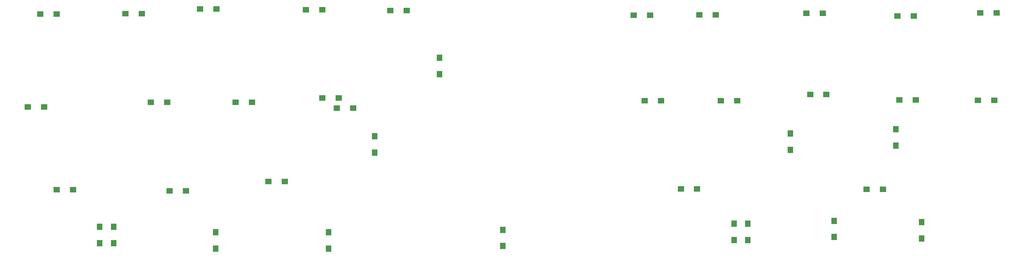
<source format=gbr>
%TF.GenerationSoftware,KiCad,Pcbnew,(6.0.2)*%
%TF.CreationDate,2022-03-06T15:17:29+09:00*%
%TF.ProjectId,presplit_39key,70726573-706c-4697-945f-33396b65792e,rev?*%
%TF.SameCoordinates,Original*%
%TF.FileFunction,Paste,Bot*%
%TF.FilePolarity,Positive*%
%FSLAX46Y46*%
G04 Gerber Fmt 4.6, Leading zero omitted, Abs format (unit mm)*
G04 Created by KiCad (PCBNEW (6.0.2)) date 2022-03-06 15:17:29*
%MOMM*%
%LPD*%
G01*
G04 APERTURE LIST*
%ADD10R,1.400000X1.300000*%
%ADD11R,1.300000X1.400000*%
G04 APERTURE END LIST*
D10*
%TO.C,D37*%
X240860000Y-41165000D03*
X244410000Y-41165000D03*
%TD*%
D11*
%TO.C,D27*%
X199710000Y-67290000D03*
X199710000Y-70840000D03*
%TD*%
D10*
%TO.C,D30*%
X204010000Y-58865000D03*
X207560000Y-58865000D03*
%TD*%
D11*
%TO.C,D35*%
X222585000Y-66340000D03*
X222585000Y-69890000D03*
%TD*%
D10*
%TO.C,D2*%
X34435000Y-61565000D03*
X37985000Y-61565000D03*
%TD*%
%TO.C,D9*%
X71810000Y-40290000D03*
X75360000Y-40290000D03*
%TD*%
%TO.C,D25*%
X180035000Y-41565000D03*
X183585000Y-41565000D03*
%TD*%
D11*
%TO.C,D20*%
X137435000Y-88165000D03*
X137435000Y-91715000D03*
%TD*%
%TO.C,D24*%
X187510000Y-86890000D03*
X187510000Y-90440000D03*
%TD*%
%TO.C,D8*%
X53085000Y-87540000D03*
X53085000Y-91090000D03*
%TD*%
%TO.C,D32*%
X209235000Y-86215000D03*
X209235000Y-89765000D03*
%TD*%
%TO.C,D36*%
X228185000Y-86540000D03*
X228185000Y-90090000D03*
%TD*%
D10*
%TO.C,D7*%
X65160000Y-79740000D03*
X68710000Y-79740000D03*
%TD*%
%TO.C,D23*%
X175985000Y-79290000D03*
X179535000Y-79290000D03*
%TD*%
%TO.C,D10*%
X79510000Y-60540000D03*
X83060000Y-60540000D03*
%TD*%
%TO.C,D21*%
X165760000Y-41640000D03*
X169310000Y-41640000D03*
%TD*%
%TO.C,D11*%
X86635000Y-77740000D03*
X90185000Y-77740000D03*
%TD*%
%TO.C,D15*%
X101460000Y-61765000D03*
X105010000Y-61765000D03*
%TD*%
%TO.C,D3*%
X40710000Y-79465000D03*
X44260000Y-79465000D03*
%TD*%
%TO.C,D26*%
X184635000Y-60190000D03*
X188185000Y-60190000D03*
%TD*%
%TO.C,D6*%
X61110000Y-60515000D03*
X64660000Y-60515000D03*
%TD*%
%TO.C,D22*%
X168135000Y-60190000D03*
X171685000Y-60190000D03*
%TD*%
%TO.C,D14*%
X98310000Y-59590000D03*
X101860000Y-59590000D03*
%TD*%
D11*
%TO.C,D4*%
X50035000Y-87490000D03*
X50035000Y-91040000D03*
%TD*%
D10*
%TO.C,D33*%
X222960000Y-41765000D03*
X226510000Y-41765000D03*
%TD*%
D11*
%TO.C,D16*%
X99635000Y-88715000D03*
X99635000Y-92265000D03*
%TD*%
D10*
%TO.C,D38*%
X240410000Y-60090000D03*
X243960000Y-60090000D03*
%TD*%
%TO.C,D5*%
X55660000Y-41265000D03*
X59210000Y-41265000D03*
%TD*%
%TO.C,D34*%
X223360000Y-60040000D03*
X226910000Y-60040000D03*
%TD*%
D11*
%TO.C,D28*%
X190535000Y-86890000D03*
X190535000Y-90440000D03*
%TD*%
%TO.C,D19*%
X109660000Y-67865000D03*
X109660000Y-71415000D03*
%TD*%
%TO.C,D18*%
X123685000Y-50840000D03*
X123685000Y-54390000D03*
%TD*%
D10*
%TO.C,D13*%
X94735000Y-40440000D03*
X98285000Y-40440000D03*
%TD*%
%TO.C,D31*%
X216235000Y-79390000D03*
X219785000Y-79390000D03*
%TD*%
%TO.C,D17*%
X113010000Y-40590000D03*
X116560000Y-40590000D03*
%TD*%
%TO.C,D1*%
X37185000Y-41415000D03*
X40735000Y-41415000D03*
%TD*%
%TO.C,D29*%
X203185000Y-41190000D03*
X206735000Y-41190000D03*
%TD*%
D11*
%TO.C,D12*%
X75210000Y-88690000D03*
X75210000Y-92240000D03*
%TD*%
M02*

</source>
